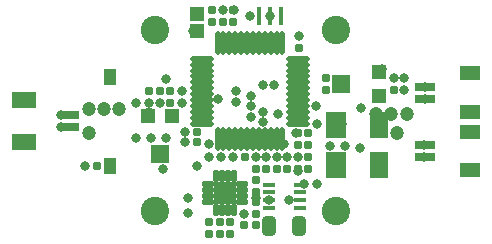
<source format=gts>
G04*
G04 #@! TF.GenerationSoftware,Altium Limited,Altium Designer,21.9.2 (33)*
G04*
G04 Layer_Color=8388736*
%FSLAX25Y25*%
%MOIN*%
G70*
G04*
G04 #@! TF.SameCoordinates,DE561362-EE76-411C-985F-06221E673FF8*
G04*
G04*
G04 #@! TF.FilePolarity,Negative*
G04*
G01*
G75*
G04:AMPARAMS|DCode=18|XSize=28mil|YSize=28mil|CornerRadius=9mil|HoleSize=0mil|Usage=FLASHONLY|Rotation=180.000|XOffset=0mil|YOffset=0mil|HoleType=Round|Shape=RoundedRectangle|*
%AMROUNDEDRECTD18*
21,1,0.02800,0.01000,0,0,180.0*
21,1,0.01000,0.02800,0,0,180.0*
1,1,0.01800,-0.00500,0.00500*
1,1,0.01800,0.00500,0.00500*
1,1,0.01800,0.00500,-0.00500*
1,1,0.01800,-0.00500,-0.00500*
%
%ADD18ROUNDEDRECTD18*%
G04:AMPARAMS|DCode=19|XSize=28mil|YSize=28mil|CornerRadius=9mil|HoleSize=0mil|Usage=FLASHONLY|Rotation=90.000|XOffset=0mil|YOffset=0mil|HoleType=Round|Shape=RoundedRectangle|*
%AMROUNDEDRECTD19*
21,1,0.02800,0.01000,0,0,90.0*
21,1,0.01000,0.02800,0,0,90.0*
1,1,0.01800,0.00500,0.00500*
1,1,0.01800,0.00500,-0.00500*
1,1,0.01800,-0.00500,-0.00500*
1,1,0.01800,-0.00500,0.00500*
%
%ADD19ROUNDEDRECTD19*%
%ADD20R,0.04934X0.04540*%
%ADD21R,0.06902X0.02769*%
%ADD22R,0.06706X0.04737*%
%ADD23O,0.01981X0.07887*%
%ADD24O,0.07887X0.01981*%
%ADD25R,0.04700X0.04700*%
%ADD26R,0.05906X0.06299*%
%ADD27R,0.01181X0.06299*%
%ADD28R,0.07414X0.07414*%
G04:AMPARAMS|DCode=29|XSize=41.86mil|YSize=18.24mil|CornerRadius=5.28mil|HoleSize=0mil|Usage=FLASHONLY|Rotation=0.000|XOffset=0mil|YOffset=0mil|HoleType=Round|Shape=RoundedRectangle|*
%AMROUNDEDRECTD29*
21,1,0.04186,0.00768,0,0,0.0*
21,1,0.03130,0.01824,0,0,0.0*
1,1,0.01056,0.01565,-0.00384*
1,1,0.01056,-0.01565,-0.00384*
1,1,0.01056,-0.01565,0.00384*
1,1,0.01056,0.01565,0.00384*
%
%ADD29ROUNDEDRECTD29*%
G04:AMPARAMS|DCode=30|XSize=41.86mil|YSize=18.24mil|CornerRadius=5.28mil|HoleSize=0mil|Usage=FLASHONLY|Rotation=90.000|XOffset=0mil|YOffset=0mil|HoleType=Round|Shape=RoundedRectangle|*
%AMROUNDEDRECTD30*
21,1,0.04186,0.00768,0,0,90.0*
21,1,0.03130,0.01824,0,0,90.0*
1,1,0.01056,0.00384,0.01565*
1,1,0.01056,0.00384,-0.01565*
1,1,0.01056,-0.00384,-0.01565*
1,1,0.01056,-0.00384,0.01565*
%
%ADD30ROUNDEDRECTD30*%
%ADD31C,0.01575*%
%ADD32R,0.03937X0.01575*%
%ADD33R,0.03937X0.05709*%
%ADD34R,0.06299X0.05906*%
%ADD35R,0.04700X0.04700*%
G04:AMPARAMS|DCode=36|XSize=67.06mil|YSize=47.37mil|CornerRadius=13.84mil|HoleSize=0mil|Usage=FLASHONLY|Rotation=90.000|XOffset=0mil|YOffset=0mil|HoleType=Round|Shape=RoundedRectangle|*
%AMROUNDEDRECTD36*
21,1,0.06706,0.01968,0,0,90.0*
21,1,0.03937,0.04737,0,0,90.0*
1,1,0.02769,0.00984,0.01968*
1,1,0.02769,0.00984,-0.01968*
1,1,0.02769,-0.00984,-0.01968*
1,1,0.02769,-0.00984,0.01968*
%
%ADD36ROUNDEDRECTD36*%
%ADD37R,0.06300X0.08500*%
%ADD38R,0.06500X0.08600*%
%ADD39R,0.07887X0.05524*%
%ADD40R,0.06902X0.03162*%
%ADD41C,0.03162*%
%ADD42C,0.04737*%
%ADD43C,0.09461*%
D18*
X21000Y-12000D02*
D03*
Y-16000D02*
D03*
X17500Y-8000D02*
D03*
Y-4000D02*
D03*
X-11000Y33000D02*
D03*
Y37000D02*
D03*
X21000Y-8000D02*
D03*
Y-4000D02*
D03*
X53000Y14500D02*
D03*
Y10500D02*
D03*
X-32000Y10000D02*
D03*
Y6000D02*
D03*
X49500Y14500D02*
D03*
Y10500D02*
D03*
X27000Y14500D02*
D03*
Y10500D02*
D03*
X17500Y-16000D02*
D03*
Y-12000D02*
D03*
X14000Y-16000D02*
D03*
Y-12000D02*
D03*
X10500D02*
D03*
Y-16000D02*
D03*
X7000Y-12000D02*
D03*
Y-16000D02*
D03*
X3500D02*
D03*
Y-12000D02*
D03*
X-5000Y-37500D02*
D03*
Y-33500D02*
D03*
X3500Y-23500D02*
D03*
Y-19500D02*
D03*
X18000Y28500D02*
D03*
Y24500D02*
D03*
X-25000Y6000D02*
D03*
Y10000D02*
D03*
X-28500D02*
D03*
Y6000D02*
D03*
X-4000Y37000D02*
D03*
Y33000D02*
D03*
X-7500Y37000D02*
D03*
Y33000D02*
D03*
X-8500Y-33500D02*
D03*
Y-37500D02*
D03*
X-12000Y-33500D02*
D03*
Y-37500D02*
D03*
X3500Y-31000D02*
D03*
Y-27000D02*
D03*
D19*
X-49500Y-15000D02*
D03*
X-53500D02*
D03*
X0Y-12000D02*
D03*
X-4000D02*
D03*
X3500Y-34500D02*
D03*
X-500D02*
D03*
X-20000Y-3500D02*
D03*
X-16000D02*
D03*
X-20000Y-7000D02*
D03*
X-16000D02*
D03*
D20*
Y30146D02*
D03*
Y35854D02*
D03*
D21*
X59724Y7531D02*
D03*
Y11468D02*
D03*
Y-8032D02*
D03*
Y-11969D02*
D03*
D22*
X74980Y3083D02*
D03*
Y15917D02*
D03*
Y-3583D02*
D03*
Y-16417D02*
D03*
D23*
X12327Y25945D02*
D03*
X10358D02*
D03*
X8390D02*
D03*
X6421D02*
D03*
X4453D02*
D03*
X2484D02*
D03*
X516D02*
D03*
X-1453D02*
D03*
X-3421D02*
D03*
X-5390D02*
D03*
X-7358D02*
D03*
X-9327D02*
D03*
Y-5945D02*
D03*
X-7358D02*
D03*
X-5390D02*
D03*
X-3421D02*
D03*
X-1453D02*
D03*
X516D02*
D03*
X2484D02*
D03*
X4453D02*
D03*
X6421D02*
D03*
X8390D02*
D03*
X10358D02*
D03*
X12327D02*
D03*
D24*
X-14445Y20827D02*
D03*
Y18858D02*
D03*
Y16890D02*
D03*
Y14921D02*
D03*
Y12953D02*
D03*
Y10984D02*
D03*
Y9016D02*
D03*
Y7047D02*
D03*
Y5079D02*
D03*
Y3110D02*
D03*
Y1142D02*
D03*
Y-827D02*
D03*
X17445D02*
D03*
Y1142D02*
D03*
Y3110D02*
D03*
Y5079D02*
D03*
Y7047D02*
D03*
Y9016D02*
D03*
Y10984D02*
D03*
Y12953D02*
D03*
Y14921D02*
D03*
Y16890D02*
D03*
Y18858D02*
D03*
Y20827D02*
D03*
D25*
X44575Y16438D02*
D03*
Y8563D02*
D03*
D26*
X32000Y12500D02*
D03*
D27*
X11980Y35000D02*
D03*
X8240D02*
D03*
X4500D02*
D03*
D28*
X-6890Y-24000D02*
D03*
D29*
X-1240Y-21047D02*
D03*
Y-23016D02*
D03*
Y-24984D02*
D03*
Y-26953D02*
D03*
X-12539D02*
D03*
Y-24984D02*
D03*
Y-23016D02*
D03*
Y-21047D02*
D03*
D30*
X-9843Y-18350D02*
D03*
X-7874D02*
D03*
X-5906D02*
D03*
X-3937D02*
D03*
Y-29650D02*
D03*
X-5906D02*
D03*
X-7874D02*
D03*
X-9843D02*
D03*
D31*
X-4606Y-21716D02*
D03*
D32*
X7675Y-21161D02*
D03*
Y-23720D02*
D03*
Y-26280D02*
D03*
Y-28839D02*
D03*
X18325D02*
D03*
Y-26280D02*
D03*
Y-23720D02*
D03*
Y-21161D02*
D03*
D33*
X-45000Y-14862D02*
D03*
Y14862D02*
D03*
D34*
X-28500Y-11000D02*
D03*
D35*
X-24563Y1575D02*
D03*
X-32438D02*
D03*
D36*
X18000Y-35000D02*
D03*
X8000Y-35000D02*
D03*
D37*
X44500Y-1400D02*
D03*
Y-14600D02*
D03*
D38*
X30315Y-1300D02*
D03*
Y-14700D02*
D03*
D39*
X-73980Y-7087D02*
D03*
Y7087D02*
D03*
D40*
X-58724Y-1969D02*
D03*
Y1969D02*
D03*
D41*
X-17500Y30000D02*
D03*
X24000Y-21000D02*
D03*
X17000Y-4000D02*
D03*
X17500Y-16500D02*
D03*
X19500Y-21000D02*
D03*
X38219Y-9000D02*
D03*
X53000Y10500D02*
D03*
X-53500Y-15000D02*
D03*
X49500Y14500D02*
D03*
X45500Y17500D02*
D03*
X-500Y-31000D02*
D03*
X14610Y-26390D02*
D03*
X-1240Y-23016D02*
D03*
X14000Y-12000D02*
D03*
X-12000Y-7500D02*
D03*
Y-12000D02*
D03*
X-8000D02*
D03*
X-3000Y6500D02*
D03*
Y10000D02*
D03*
X2000Y1500D02*
D03*
Y5000D02*
D03*
X-12500Y-23000D02*
D03*
X-19000Y-30500D02*
D03*
X59500Y-8000D02*
D03*
X-61500Y-2000D02*
D03*
X2000Y8500D02*
D03*
X6000Y12000D02*
D03*
X-27631Y-16000D02*
D03*
X18000Y28500D02*
D03*
X9500Y12000D02*
D03*
X6000Y3000D02*
D03*
X60000Y7500D02*
D03*
Y11500D02*
D03*
X-16000Y-15000D02*
D03*
X-36500Y6000D02*
D03*
X-45000Y15000D02*
D03*
X-32000Y3000D02*
D03*
X11000Y2500D02*
D03*
X23834Y-913D02*
D03*
X38500Y4500D02*
D03*
X6000Y-426D02*
D03*
X23500Y5000D02*
D03*
X33320Y-8126D02*
D03*
X28320D02*
D03*
X-21000Y10000D02*
D03*
Y6000D02*
D03*
X-9000Y7500D02*
D03*
X-26500Y-5500D02*
D03*
X-31500D02*
D03*
X-36500D02*
D03*
X8240Y35000D02*
D03*
X1500D02*
D03*
X13000Y-7500D02*
D03*
X30575Y-13998D02*
D03*
X53000Y14500D02*
D03*
X-26500Y14000D02*
D03*
X-32000Y6000D02*
D03*
X-28500D02*
D03*
X-7500Y37000D02*
D03*
X-19000Y-25500D02*
D03*
X10500Y-12000D02*
D03*
X7000D02*
D03*
X-4000D02*
D03*
X17500D02*
D03*
X3500D02*
D03*
Y-25500D02*
D03*
X7675Y-26280D02*
D03*
X-20000Y-7000D02*
D03*
Y-3500D02*
D03*
X-61500Y2000D02*
D03*
X59500Y-12000D02*
D03*
X-3971Y36990D02*
D03*
D42*
X-52000Y-4000D02*
D03*
X50559Y-3964D02*
D03*
X54000Y2500D02*
D03*
X31500Y-1000D02*
D03*
X48500Y2500D02*
D03*
X-42000Y4000D02*
D03*
X-47000D02*
D03*
X-52000D02*
D03*
X43500Y2500D02*
D03*
D43*
X30315Y-30000D02*
D03*
X-30315D02*
D03*
Y30500D02*
D03*
X30315D02*
D03*
M02*

</source>
